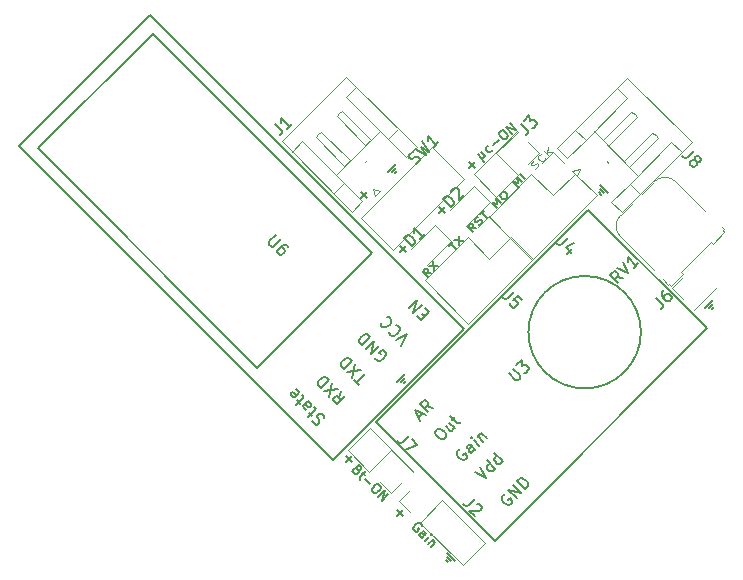
<source format=gto>
G04 #@! TF.GenerationSoftware,KiCad,Pcbnew,(7.0.0)*
G04 #@! TF.CreationDate,2023-04-23T00:30:47-06:00*
G04 #@! TF.ProjectId,Fonocardiograma_V3B,466f6e6f-6361-4726-9469-6f6772616d61,rev?*
G04 #@! TF.SameCoordinates,Original*
G04 #@! TF.FileFunction,Legend,Top*
G04 #@! TF.FilePolarity,Positive*
%FSLAX46Y46*%
G04 Gerber Fmt 4.6, Leading zero omitted, Abs format (unit mm)*
G04 Created by KiCad (PCBNEW (7.0.0)) date 2023-04-23 00:30:47*
%MOMM*%
%LPD*%
G01*
G04 APERTURE LIST*
%ADD10C,0.150000*%
%ADD11C,0.125000*%
%ADD12C,0.203200*%
%ADD13C,0.120000*%
G04 APERTURE END LIST*
D10*
X99822000Y-58420000D02*
X99314000Y-58928000D01*
X99969726Y-87673580D02*
X100688146Y-88392000D01*
X93218000Y-57150000D02*
X92710000Y-57658000D01*
X94949774Y-55461801D02*
X95668199Y-54743383D01*
X95758000Y-84074000D02*
X96266000Y-84582000D01*
X99879924Y-88302198D02*
X100059528Y-88481804D01*
X101854000Y-55117999D02*
X102362001Y-54609999D01*
X95711774Y-73241801D02*
X96430199Y-72523383D01*
X95297762Y-55473026D02*
X95668197Y-55102592D01*
X96012000Y-62230000D02*
X96520000Y-61722000D01*
X96012000Y-61722000D02*
X96520000Y-62230000D01*
X96340393Y-73331603D02*
X96520000Y-73152000D01*
X99314000Y-58420000D02*
X99822000Y-58928000D01*
X95578393Y-55551603D02*
X95758000Y-55372000D01*
X121799383Y-66966196D02*
X122517803Y-66247777D01*
X96266000Y-84074000D02*
X95758000Y-84582000D01*
X96059762Y-73253026D02*
X96430197Y-72882592D01*
X91440000Y-79502000D02*
X91948000Y-80010000D01*
X92710000Y-57150000D02*
X93218000Y-57658000D01*
X112924791Y-56536796D02*
X113643210Y-57255210D01*
X101854001Y-54610000D02*
X102362001Y-55117997D01*
X112913558Y-56884777D02*
X113283998Y-57255207D01*
X122147367Y-66977424D02*
X122517804Y-66606987D01*
X112834986Y-57165410D02*
X113014592Y-57345017D01*
X99958501Y-88021566D02*
X100328937Y-88392000D01*
X122428000Y-67056000D02*
X122607605Y-66876395D01*
X91948000Y-79502000D02*
X91440000Y-80010000D01*
X100121282Y-61659533D02*
X100444531Y-61336284D01*
X100707171Y-61922172D02*
X100282907Y-61497908D01*
X100579218Y-61201597D02*
X101380606Y-61248737D01*
X100956342Y-60824473D02*
X101003482Y-61625861D01*
X97866850Y-85367146D02*
X97839912Y-85286334D01*
X97839912Y-85286334D02*
X97759100Y-85205522D01*
X97759100Y-85205522D02*
X97651351Y-85151647D01*
X97651351Y-85151647D02*
X97543601Y-85151647D01*
X97543601Y-85151647D02*
X97462789Y-85178584D01*
X97462789Y-85178584D02*
X97328102Y-85259396D01*
X97328102Y-85259396D02*
X97247290Y-85340209D01*
X97247290Y-85340209D02*
X97166477Y-85474896D01*
X97166477Y-85474896D02*
X97139540Y-85555708D01*
X97139540Y-85555708D02*
X97139540Y-85663457D01*
X97139540Y-85663457D02*
X97193415Y-85771207D01*
X97193415Y-85771207D02*
X97247290Y-85825082D01*
X97247290Y-85825082D02*
X97355039Y-85878957D01*
X97355039Y-85878957D02*
X97408914Y-85878957D01*
X97408914Y-85878957D02*
X97597476Y-85690395D01*
X97597476Y-85690395D02*
X97489726Y-85582645D01*
X97839912Y-86417705D02*
X98136224Y-86121393D01*
X98136224Y-86121393D02*
X98163161Y-86040581D01*
X98163161Y-86040581D02*
X98136224Y-85959769D01*
X98136224Y-85959769D02*
X98028474Y-85852019D01*
X98028474Y-85852019D02*
X97947662Y-85825082D01*
X97866850Y-86390767D02*
X97786038Y-86363830D01*
X97786038Y-86363830D02*
X97651351Y-86229143D01*
X97651351Y-86229143D02*
X97624413Y-86148331D01*
X97624413Y-86148331D02*
X97651351Y-86067518D01*
X97651351Y-86067518D02*
X97705225Y-86013644D01*
X97705225Y-86013644D02*
X97786038Y-85986706D01*
X97786038Y-85986706D02*
X97866850Y-86013644D01*
X97866850Y-86013644D02*
X98001537Y-86148331D01*
X98001537Y-86148331D02*
X98082349Y-86175268D01*
X98109287Y-86687079D02*
X98486410Y-86309955D01*
X98674972Y-86121394D02*
X98621097Y-86121394D01*
X98621097Y-86121394D02*
X98621097Y-86175268D01*
X98621097Y-86175268D02*
X98674972Y-86175268D01*
X98674972Y-86175268D02*
X98674972Y-86121394D01*
X98674972Y-86121394D02*
X98621097Y-86175268D01*
X98755784Y-86579329D02*
X98378661Y-86956453D01*
X98701909Y-86633204D02*
X98755784Y-86633204D01*
X98755784Y-86633204D02*
X98836596Y-86660141D01*
X98836596Y-86660141D02*
X98917409Y-86740953D01*
X98917409Y-86740953D02*
X98944346Y-86821766D01*
X98944346Y-86821766D02*
X98917409Y-86902578D01*
X98917409Y-86902578D02*
X98621097Y-87198889D01*
X102561186Y-53945642D02*
X103075416Y-54558478D01*
X103122371Y-54021780D02*
X103200528Y-54055658D01*
X103200528Y-54055658D02*
X103283381Y-54035866D01*
X102830545Y-54266651D02*
X102908702Y-54300529D01*
X102908702Y-54300529D02*
X102991554Y-54280738D01*
X102991554Y-54280738D02*
X103108285Y-54182789D01*
X103108285Y-54182789D02*
X103142163Y-54104632D01*
X103142163Y-54104632D02*
X103122371Y-54021780D01*
X103122371Y-54021780D02*
X102853013Y-53700771D01*
X103784181Y-53565915D02*
X103750303Y-53644072D01*
X103750303Y-53644072D02*
X103633572Y-53742021D01*
X103633572Y-53742021D02*
X103550720Y-53761812D01*
X103550720Y-53761812D02*
X103497050Y-53757117D01*
X103497050Y-53757117D02*
X103418893Y-53723239D01*
X103418893Y-53723239D02*
X103271970Y-53548143D01*
X103271970Y-53548143D02*
X103252179Y-53465290D01*
X103252179Y-53465290D02*
X103256874Y-53411620D01*
X103256874Y-53411620D02*
X103290752Y-53333464D01*
X103290752Y-53333464D02*
X103407483Y-53235515D01*
X103407483Y-53235515D02*
X103490335Y-53215723D01*
X103875415Y-53141252D02*
X104342337Y-52749458D01*
X104432561Y-52027264D02*
X104549292Y-51929315D01*
X104549292Y-51929315D02*
X104632144Y-51909523D01*
X104632144Y-51909523D02*
X104739484Y-51918914D01*
X104739484Y-51918914D02*
X104866615Y-52011158D01*
X104866615Y-52011158D02*
X105038025Y-52215436D01*
X105038025Y-52215436D02*
X105106791Y-52356654D01*
X105106791Y-52356654D02*
X105097400Y-52463994D01*
X105097400Y-52463994D02*
X105063522Y-52542151D01*
X105063522Y-52542151D02*
X104946791Y-52640099D01*
X104946791Y-52640099D02*
X104863939Y-52659891D01*
X104863939Y-52659891D02*
X104756599Y-52650500D01*
X104756599Y-52650500D02*
X104629468Y-52558256D01*
X104629468Y-52558256D02*
X104458058Y-52353978D01*
X104458058Y-52353978D02*
X104389292Y-52212760D01*
X104389292Y-52212760D02*
X104398683Y-52105421D01*
X104398683Y-52105421D02*
X104432561Y-52027264D01*
X105472079Y-52199331D02*
X104957848Y-51586495D01*
X104957848Y-51586495D02*
X105822270Y-51905485D01*
X105822270Y-51905485D02*
X105308040Y-51292649D01*
X105960359Y-56668985D02*
X105536094Y-56244720D01*
X105536094Y-56244720D02*
X106027702Y-56359204D01*
X106027702Y-56359204D02*
X105913218Y-55867597D01*
X105913218Y-55867597D02*
X106337482Y-56291861D01*
X106606856Y-56022487D02*
X106182592Y-55598223D01*
D11*
X107437218Y-55151719D02*
X107538233Y-55091110D01*
X107538233Y-55091110D02*
X107672920Y-54956423D01*
X107672920Y-54956423D02*
X107706592Y-54882345D01*
X107706592Y-54882345D02*
X107713326Y-54835204D01*
X107713326Y-54835204D02*
X107699858Y-54767861D01*
X107699858Y-54767861D02*
X107659452Y-54727455D01*
X107659452Y-54727455D02*
X107592108Y-54713986D01*
X107592108Y-54713986D02*
X107544968Y-54720720D01*
X107544968Y-54720720D02*
X107470890Y-54754392D01*
X107470890Y-54754392D02*
X107342937Y-54841939D01*
X107342937Y-54841939D02*
X107268859Y-54875611D01*
X107268859Y-54875611D02*
X107221719Y-54882345D01*
X107221719Y-54882345D02*
X107154375Y-54868876D01*
X107154375Y-54868876D02*
X107113969Y-54828470D01*
X107113969Y-54828470D02*
X107100501Y-54761127D01*
X107100501Y-54761127D02*
X107107235Y-54713986D01*
X107107235Y-54713986D02*
X107140907Y-54639908D01*
X107140907Y-54639908D02*
X107275594Y-54505221D01*
X107275594Y-54505221D02*
X107376609Y-54444612D01*
X108305949Y-54242581D02*
X108299215Y-54289722D01*
X108299215Y-54289722D02*
X108238606Y-54390737D01*
X108238606Y-54390737D02*
X108184731Y-54444612D01*
X108184731Y-54444612D02*
X108083716Y-54505221D01*
X108083716Y-54505221D02*
X107989435Y-54518690D01*
X107989435Y-54518690D02*
X107922092Y-54505221D01*
X107922092Y-54505221D02*
X107814342Y-54451346D01*
X107814342Y-54451346D02*
X107753733Y-54390737D01*
X107753733Y-54390737D02*
X107699858Y-54282988D01*
X107699858Y-54282988D02*
X107686389Y-54215644D01*
X107686389Y-54215644D02*
X107699858Y-54121363D01*
X107699858Y-54121363D02*
X107760467Y-54020348D01*
X107760467Y-54020348D02*
X107814342Y-53966473D01*
X107814342Y-53966473D02*
X107915357Y-53905864D01*
X107915357Y-53905864D02*
X107962498Y-53899130D01*
X108588792Y-54040551D02*
X108164528Y-53616287D01*
X108912041Y-53717302D02*
X108427168Y-53717302D01*
X108487777Y-53293038D02*
X108406965Y-53858723D01*
D10*
X92436664Y-80675833D02*
X92490538Y-80783583D01*
X92490538Y-80783583D02*
X92490538Y-80837457D01*
X92490538Y-80837457D02*
X92463601Y-80918270D01*
X92463601Y-80918270D02*
X92382789Y-80999082D01*
X92382789Y-80999082D02*
X92301977Y-81026019D01*
X92301977Y-81026019D02*
X92248102Y-81026019D01*
X92248102Y-81026019D02*
X92167290Y-80999082D01*
X92167290Y-80999082D02*
X91951790Y-80783583D01*
X91951790Y-80783583D02*
X92517476Y-80217897D01*
X92517476Y-80217897D02*
X92706038Y-80406459D01*
X92706038Y-80406459D02*
X92732975Y-80487271D01*
X92732975Y-80487271D02*
X92732975Y-80541146D01*
X92732975Y-80541146D02*
X92706038Y-80621958D01*
X92706038Y-80621958D02*
X92652163Y-80675833D01*
X92652163Y-80675833D02*
X92571351Y-80702770D01*
X92571351Y-80702770D02*
X92517476Y-80702770D01*
X92517476Y-80702770D02*
X92436664Y-80675833D01*
X92436664Y-80675833D02*
X92248102Y-80487271D01*
X92813787Y-80891332D02*
X93029286Y-81106831D01*
X93083161Y-80783583D02*
X92598288Y-81268456D01*
X92598288Y-81268456D02*
X92571351Y-81349268D01*
X92571351Y-81349268D02*
X92598288Y-81430080D01*
X92598288Y-81430080D02*
X92652163Y-81483955D01*
X93056224Y-81457018D02*
X93487222Y-81888016D01*
X94214532Y-81914953D02*
X94322282Y-82022703D01*
X94322282Y-82022703D02*
X94349219Y-82103515D01*
X94349219Y-82103515D02*
X94349219Y-82211265D01*
X94349219Y-82211265D02*
X94268407Y-82345952D01*
X94268407Y-82345952D02*
X94079845Y-82534514D01*
X94079845Y-82534514D02*
X93945158Y-82615326D01*
X93945158Y-82615326D02*
X93837408Y-82615326D01*
X93837408Y-82615326D02*
X93756596Y-82588388D01*
X93756596Y-82588388D02*
X93648847Y-82480639D01*
X93648847Y-82480639D02*
X93621909Y-82399827D01*
X93621909Y-82399827D02*
X93621909Y-82292077D01*
X93621909Y-82292077D02*
X93702721Y-82157390D01*
X93702721Y-82157390D02*
X93891283Y-81968828D01*
X93891283Y-81968828D02*
X94025970Y-81888016D01*
X94025970Y-81888016D02*
X94133720Y-81888016D01*
X94133720Y-81888016D02*
X94214532Y-81914953D01*
X94133720Y-82965512D02*
X94699405Y-82399826D01*
X94699405Y-82399826D02*
X94456969Y-83288761D01*
X94456969Y-83288761D02*
X95022654Y-82723075D01*
X104182359Y-58446985D02*
X103758094Y-58022720D01*
X103758094Y-58022720D02*
X104249702Y-58137204D01*
X104249702Y-58137204D02*
X104135218Y-57645597D01*
X104135218Y-57645597D02*
X104559482Y-58069861D01*
X104512342Y-57268473D02*
X104620092Y-57160723D01*
X104620092Y-57160723D02*
X104694169Y-57127052D01*
X104694169Y-57127052D02*
X104788450Y-57113583D01*
X104788450Y-57113583D02*
X104896200Y-57167458D01*
X104896200Y-57167458D02*
X105037621Y-57308879D01*
X105037621Y-57308879D02*
X105091496Y-57416629D01*
X105091496Y-57416629D02*
X105078027Y-57510910D01*
X105078027Y-57510910D02*
X105044356Y-57584988D01*
X105044356Y-57584988D02*
X104936606Y-57692737D01*
X104936606Y-57692737D02*
X104862528Y-57726409D01*
X104862528Y-57726409D02*
X104768247Y-57739878D01*
X104768247Y-57739878D02*
X104660498Y-57686003D01*
X104660498Y-57686003D02*
X104519076Y-57544581D01*
X104519076Y-57544581D02*
X104465201Y-57436832D01*
X104465201Y-57436832D02*
X104478670Y-57342551D01*
X104478670Y-57342551D02*
X104512342Y-57268473D01*
X98663607Y-63965736D02*
X98273015Y-63952267D01*
X98340359Y-64288985D02*
X97916094Y-63864720D01*
X97916094Y-63864720D02*
X98131594Y-63649221D01*
X98131594Y-63649221D02*
X98205672Y-63615550D01*
X98205672Y-63615550D02*
X98252812Y-63608815D01*
X98252812Y-63608815D02*
X98320156Y-63622284D01*
X98320156Y-63622284D02*
X98380765Y-63682893D01*
X98380765Y-63682893D02*
X98394233Y-63750237D01*
X98394233Y-63750237D02*
X98387499Y-63797377D01*
X98387499Y-63797377D02*
X98353827Y-63871455D01*
X98353827Y-63871455D02*
X98138328Y-64086954D01*
X98427905Y-63352910D02*
X99229293Y-63400050D01*
X98805029Y-62975786D02*
X98852169Y-63777174D01*
X102473607Y-60155736D02*
X102083015Y-60142267D01*
X102150359Y-60478985D02*
X101726094Y-60054720D01*
X101726094Y-60054720D02*
X101941594Y-59839221D01*
X101941594Y-59839221D02*
X102015672Y-59805550D01*
X102015672Y-59805550D02*
X102062812Y-59798815D01*
X102062812Y-59798815D02*
X102130156Y-59812284D01*
X102130156Y-59812284D02*
X102190765Y-59872893D01*
X102190765Y-59872893D02*
X102204233Y-59940237D01*
X102204233Y-59940237D02*
X102197499Y-59987377D01*
X102197499Y-59987377D02*
X102163827Y-60061455D01*
X102163827Y-60061455D02*
X101948328Y-60276954D01*
X102668904Y-59920033D02*
X102769919Y-59859424D01*
X102769919Y-59859424D02*
X102904606Y-59724737D01*
X102904606Y-59724737D02*
X102938278Y-59650659D01*
X102938278Y-59650659D02*
X102945012Y-59603519D01*
X102945012Y-59603519D02*
X102931543Y-59536176D01*
X102931543Y-59536176D02*
X102891137Y-59495769D01*
X102891137Y-59495769D02*
X102823794Y-59482301D01*
X102823794Y-59482301D02*
X102776653Y-59489035D01*
X102776653Y-59489035D02*
X102702575Y-59522707D01*
X102702575Y-59522707D02*
X102574623Y-59610253D01*
X102574623Y-59610253D02*
X102500545Y-59643925D01*
X102500545Y-59643925D02*
X102453404Y-59650659D01*
X102453404Y-59650659D02*
X102386061Y-59637191D01*
X102386061Y-59637191D02*
X102345655Y-59596785D01*
X102345655Y-59596785D02*
X102332186Y-59529441D01*
X102332186Y-59529441D02*
X102338920Y-59482301D01*
X102338920Y-59482301D02*
X102372592Y-59408223D01*
X102372592Y-59408223D02*
X102507279Y-59273536D01*
X102507279Y-59273536D02*
X102608294Y-59212927D01*
X102749716Y-59031099D02*
X103072965Y-58707850D01*
X103335604Y-59293739D02*
X102911340Y-58869475D01*
X105185922Y-72481418D02*
X105758342Y-73053838D01*
X105758342Y-73053838D02*
X105859357Y-73087510D01*
X105859357Y-73087510D02*
X105926701Y-73087510D01*
X105926701Y-73087510D02*
X106027716Y-73053838D01*
X106027716Y-73053838D02*
X106162403Y-72919151D01*
X106162403Y-72919151D02*
X106196075Y-72818136D01*
X106196075Y-72818136D02*
X106196075Y-72750792D01*
X106196075Y-72750792D02*
X106162403Y-72649777D01*
X106162403Y-72649777D02*
X105589983Y-72077357D01*
X105859357Y-71807983D02*
X106297090Y-71370251D01*
X106297090Y-71370251D02*
X106330762Y-71875327D01*
X106330762Y-71875327D02*
X106431777Y-71774312D01*
X106431777Y-71774312D02*
X106532792Y-71740640D01*
X106532792Y-71740640D02*
X106600136Y-71740640D01*
X106600136Y-71740640D02*
X106701151Y-71774312D01*
X106701151Y-71774312D02*
X106869510Y-71942670D01*
X106869510Y-71942670D02*
X106903182Y-72043686D01*
X106903182Y-72043686D02*
X106903182Y-72111029D01*
X106903182Y-72111029D02*
X106869510Y-72212044D01*
X106869510Y-72212044D02*
X106667479Y-72414075D01*
X106667479Y-72414075D02*
X106566464Y-72447747D01*
X106566464Y-72447747D02*
X106499121Y-72447747D01*
X97568776Y-76217401D02*
X97905494Y-75880684D01*
X97703463Y-76486775D02*
X97232059Y-75543966D01*
X97232059Y-75543966D02*
X98174868Y-76015371D01*
X98814631Y-75375607D02*
X98242211Y-75274592D01*
X98410570Y-75779668D02*
X97703463Y-75072561D01*
X97703463Y-75072561D02*
X97972837Y-74803187D01*
X97972837Y-74803187D02*
X98073852Y-74769516D01*
X98073852Y-74769516D02*
X98141196Y-74769516D01*
X98141196Y-74769516D02*
X98242211Y-74803187D01*
X98242211Y-74803187D02*
X98343226Y-74904203D01*
X98343226Y-74904203D02*
X98376898Y-75005218D01*
X98376898Y-75005218D02*
X98376898Y-75072561D01*
X98376898Y-75072561D02*
X98343226Y-75173577D01*
X98343226Y-75173577D02*
X98073852Y-75442951D01*
X102330356Y-80859668D02*
X103273165Y-81331073D01*
X103273165Y-81331073D02*
X102801761Y-80388264D01*
X104047616Y-80556622D02*
X103340509Y-79849516D01*
X104013944Y-80522951D02*
X103980272Y-80623966D01*
X103980272Y-80623966D02*
X103845585Y-80758653D01*
X103845585Y-80758653D02*
X103744570Y-80792325D01*
X103744570Y-80792325D02*
X103677226Y-80792325D01*
X103677226Y-80792325D02*
X103576211Y-80758653D01*
X103576211Y-80758653D02*
X103374181Y-80556622D01*
X103374181Y-80556622D02*
X103340509Y-80455607D01*
X103340509Y-80455607D02*
X103340509Y-80388264D01*
X103340509Y-80388264D02*
X103374181Y-80287248D01*
X103374181Y-80287248D02*
X103508868Y-80152561D01*
X103508868Y-80152561D02*
X103609883Y-80118890D01*
X104687379Y-79916859D02*
X103980272Y-79209752D01*
X104653707Y-79883187D02*
X104620036Y-79984203D01*
X104620036Y-79984203D02*
X104485349Y-80118890D01*
X104485349Y-80118890D02*
X104384333Y-80152561D01*
X104384333Y-80152561D02*
X104316990Y-80152561D01*
X104316990Y-80152561D02*
X104215975Y-80118890D01*
X104215975Y-80118890D02*
X104013944Y-79916859D01*
X104013944Y-79916859D02*
X103980272Y-79815844D01*
X103980272Y-79815844D02*
X103980272Y-79748500D01*
X103980272Y-79748500D02*
X104013944Y-79647485D01*
X104013944Y-79647485D02*
X104148631Y-79512798D01*
X104148631Y-79512798D02*
X104249646Y-79479126D01*
X99010059Y-77321967D02*
X99144746Y-77187280D01*
X99144746Y-77187280D02*
X99245761Y-77153608D01*
X99245761Y-77153608D02*
X99380448Y-77153608D01*
X99380448Y-77153608D02*
X99548807Y-77254624D01*
X99548807Y-77254624D02*
X99784509Y-77490326D01*
X99784509Y-77490326D02*
X99885524Y-77658685D01*
X99885524Y-77658685D02*
X99885524Y-77793372D01*
X99885524Y-77793372D02*
X99851852Y-77894387D01*
X99851852Y-77894387D02*
X99717165Y-78029074D01*
X99717165Y-78029074D02*
X99616150Y-78062746D01*
X99616150Y-78062746D02*
X99481463Y-78062746D01*
X99481463Y-78062746D02*
X99313104Y-77961730D01*
X99313104Y-77961730D02*
X99077402Y-77726028D01*
X99077402Y-77726028D02*
X98976387Y-77557669D01*
X98976387Y-77557669D02*
X98976387Y-77422982D01*
X98976387Y-77422982D02*
X99010059Y-77321967D01*
X100154898Y-76648532D02*
X100626303Y-77119937D01*
X99851852Y-76951578D02*
X100222242Y-77321967D01*
X100222242Y-77321967D02*
X100323257Y-77355639D01*
X100323257Y-77355639D02*
X100424272Y-77321967D01*
X100424272Y-77321967D02*
X100525287Y-77220952D01*
X100525287Y-77220952D02*
X100558959Y-77119937D01*
X100558959Y-77119937D02*
X100558959Y-77052593D01*
X100390600Y-76412830D02*
X100659974Y-76143456D01*
X100255913Y-76076112D02*
X100862005Y-76682204D01*
X100862005Y-76682204D02*
X100963020Y-76715875D01*
X100963020Y-76715875D02*
X101064035Y-76682204D01*
X101064035Y-76682204D02*
X101131379Y-76614860D01*
X101057433Y-78897937D02*
X100956417Y-78931608D01*
X100956417Y-78931608D02*
X100855402Y-79032624D01*
X100855402Y-79032624D02*
X100788059Y-79167311D01*
X100788059Y-79167311D02*
X100788059Y-79301998D01*
X100788059Y-79301998D02*
X100821730Y-79403013D01*
X100821730Y-79403013D02*
X100922746Y-79571372D01*
X100922746Y-79571372D02*
X101023761Y-79672387D01*
X101023761Y-79672387D02*
X101192120Y-79773402D01*
X101192120Y-79773402D02*
X101293135Y-79807074D01*
X101293135Y-79807074D02*
X101427822Y-79807074D01*
X101427822Y-79807074D02*
X101562509Y-79739730D01*
X101562509Y-79739730D02*
X101629852Y-79672387D01*
X101629852Y-79672387D02*
X101697196Y-79537700D01*
X101697196Y-79537700D02*
X101697196Y-79470356D01*
X101697196Y-79470356D02*
X101461494Y-79234654D01*
X101461494Y-79234654D02*
X101326807Y-79369341D01*
X102370631Y-78931608D02*
X102000242Y-78561219D01*
X102000242Y-78561219D02*
X101899226Y-78527547D01*
X101899226Y-78527547D02*
X101798211Y-78561219D01*
X101798211Y-78561219D02*
X101663524Y-78695906D01*
X101663524Y-78695906D02*
X101629852Y-78796921D01*
X102336959Y-78897937D02*
X102303287Y-78998952D01*
X102303287Y-78998952D02*
X102134929Y-79167311D01*
X102134929Y-79167311D02*
X102033913Y-79200982D01*
X102033913Y-79200982D02*
X101932898Y-79167311D01*
X101932898Y-79167311D02*
X101865555Y-79099967D01*
X101865555Y-79099967D02*
X101831883Y-78998952D01*
X101831883Y-78998952D02*
X101865555Y-78897937D01*
X101865555Y-78897937D02*
X102033913Y-78729578D01*
X102033913Y-78729578D02*
X102067585Y-78628563D01*
X102707348Y-78594891D02*
X102235944Y-78123486D01*
X102000242Y-77887784D02*
X102000242Y-77955127D01*
X102000242Y-77955127D02*
X102067585Y-77955127D01*
X102067585Y-77955127D02*
X102067585Y-77887784D01*
X102067585Y-77887784D02*
X102000242Y-77887784D01*
X102000242Y-77887784D02*
X102067585Y-77955127D01*
X102572661Y-77786769D02*
X103044066Y-78258174D01*
X102640005Y-77854113D02*
X102640005Y-77786769D01*
X102640005Y-77786769D02*
X102673676Y-77685754D01*
X102673676Y-77685754D02*
X102774692Y-77584739D01*
X102774692Y-77584739D02*
X102875707Y-77551067D01*
X102875707Y-77551067D02*
X102976722Y-77584739D01*
X102976722Y-77584739D02*
X103347111Y-77955128D01*
X104867433Y-82707936D02*
X104766417Y-82741607D01*
X104766417Y-82741607D02*
X104665402Y-82842623D01*
X104665402Y-82842623D02*
X104598059Y-82977310D01*
X104598059Y-82977310D02*
X104598059Y-83111997D01*
X104598059Y-83111997D02*
X104631730Y-83213012D01*
X104631730Y-83213012D02*
X104732746Y-83381371D01*
X104732746Y-83381371D02*
X104833761Y-83482386D01*
X104833761Y-83482386D02*
X105002120Y-83583401D01*
X105002120Y-83583401D02*
X105103135Y-83617073D01*
X105103135Y-83617073D02*
X105237822Y-83617073D01*
X105237822Y-83617073D02*
X105372509Y-83549729D01*
X105372509Y-83549729D02*
X105439852Y-83482386D01*
X105439852Y-83482386D02*
X105507196Y-83347699D01*
X105507196Y-83347699D02*
X105507196Y-83280355D01*
X105507196Y-83280355D02*
X105271494Y-83044653D01*
X105271494Y-83044653D02*
X105136807Y-83179340D01*
X105877585Y-83044653D02*
X105170478Y-82337546D01*
X105170478Y-82337546D02*
X106281646Y-82640592D01*
X106281646Y-82640592D02*
X105574539Y-81933485D01*
X106618364Y-82303875D02*
X105911257Y-81596768D01*
X105911257Y-81596768D02*
X106079616Y-81428409D01*
X106079616Y-81428409D02*
X106214303Y-81361066D01*
X106214303Y-81361066D02*
X106348990Y-81361066D01*
X106348990Y-81361066D02*
X106450005Y-81394737D01*
X106450005Y-81394737D02*
X106618364Y-81495753D01*
X106618364Y-81495753D02*
X106719379Y-81596768D01*
X106719379Y-81596768D02*
X106820394Y-81765127D01*
X106820394Y-81765127D02*
X106854066Y-81866142D01*
X106854066Y-81866142D02*
X106854066Y-82000829D01*
X106854066Y-82000829D02*
X106786722Y-82135516D01*
X106786722Y-82135516D02*
X106618364Y-82303875D01*
X117680968Y-66082373D02*
X118186044Y-66587449D01*
X118186044Y-66587449D02*
X118253388Y-66722136D01*
X118253388Y-66722136D02*
X118253388Y-66856823D01*
X118253388Y-66856823D02*
X118186044Y-66991510D01*
X118186044Y-66991510D02*
X118118701Y-67058853D01*
X118320731Y-65442609D02*
X118186044Y-65577296D01*
X118186044Y-65577296D02*
X118152373Y-65678311D01*
X118152373Y-65678311D02*
X118152373Y-65745655D01*
X118152373Y-65745655D02*
X118186044Y-65914014D01*
X118186044Y-65914014D02*
X118287060Y-66082372D01*
X118287060Y-66082372D02*
X118556434Y-66351746D01*
X118556434Y-66351746D02*
X118657449Y-66385418D01*
X118657449Y-66385418D02*
X118724792Y-66385418D01*
X118724792Y-66385418D02*
X118825808Y-66351746D01*
X118825808Y-66351746D02*
X118960495Y-66217059D01*
X118960495Y-66217059D02*
X118994166Y-66116044D01*
X118994166Y-66116044D02*
X118994166Y-66048701D01*
X118994166Y-66048701D02*
X118960495Y-65947685D01*
X118960495Y-65947685D02*
X118792136Y-65779327D01*
X118792136Y-65779327D02*
X118691121Y-65745655D01*
X118691121Y-65745655D02*
X118623777Y-65745655D01*
X118623777Y-65745655D02*
X118522762Y-65779327D01*
X118522762Y-65779327D02*
X118388075Y-65914014D01*
X118388075Y-65914014D02*
X118354403Y-66015029D01*
X118354403Y-66015029D02*
X118354403Y-66082372D01*
X118354403Y-66082372D02*
X118388075Y-66183388D01*
X85506581Y-60735922D02*
X84934161Y-61308342D01*
X84934161Y-61308342D02*
X84900489Y-61409357D01*
X84900489Y-61409357D02*
X84900489Y-61476701D01*
X84900489Y-61476701D02*
X84934161Y-61577716D01*
X84934161Y-61577716D02*
X85068848Y-61712403D01*
X85068848Y-61712403D02*
X85169863Y-61746075D01*
X85169863Y-61746075D02*
X85237207Y-61746075D01*
X85237207Y-61746075D02*
X85338222Y-61712403D01*
X85338222Y-61712403D02*
X85910642Y-61139983D01*
X86550405Y-61779747D02*
X86415718Y-61645060D01*
X86415718Y-61645060D02*
X86314703Y-61611388D01*
X86314703Y-61611388D02*
X86247359Y-61611388D01*
X86247359Y-61611388D02*
X86079000Y-61645060D01*
X86079000Y-61645060D02*
X85910642Y-61746075D01*
X85910642Y-61746075D02*
X85641268Y-62015449D01*
X85641268Y-62015449D02*
X85607596Y-62116464D01*
X85607596Y-62116464D02*
X85607596Y-62183808D01*
X85607596Y-62183808D02*
X85641268Y-62284823D01*
X85641268Y-62284823D02*
X85775955Y-62419510D01*
X85775955Y-62419510D02*
X85876970Y-62453182D01*
X85876970Y-62453182D02*
X85944313Y-62453182D01*
X85944313Y-62453182D02*
X86045329Y-62419510D01*
X86045329Y-62419510D02*
X86213687Y-62251151D01*
X86213687Y-62251151D02*
X86247359Y-62150136D01*
X86247359Y-62150136D02*
X86247359Y-62082792D01*
X86247359Y-62082792D02*
X86213687Y-61981777D01*
X86213687Y-61981777D02*
X86079000Y-61847090D01*
X86079000Y-61847090D02*
X85977985Y-61813418D01*
X85977985Y-61813418D02*
X85910642Y-61813418D01*
X85910642Y-61813418D02*
X85809626Y-61847090D01*
X96099669Y-70135643D02*
X96571074Y-69192834D01*
X96571074Y-69192834D02*
X95628265Y-69664238D01*
X95628265Y-68384712D02*
X95695608Y-68384712D01*
X95695608Y-68384712D02*
X95830295Y-68452055D01*
X95830295Y-68452055D02*
X95897639Y-68519399D01*
X95897639Y-68519399D02*
X95964982Y-68654086D01*
X95964982Y-68654086D02*
X95964982Y-68788773D01*
X95964982Y-68788773D02*
X95931310Y-68889788D01*
X95931310Y-68889788D02*
X95830295Y-69058147D01*
X95830295Y-69058147D02*
X95729280Y-69159162D01*
X95729280Y-69159162D02*
X95560921Y-69260177D01*
X95560921Y-69260177D02*
X95459906Y-69293849D01*
X95459906Y-69293849D02*
X95325219Y-69293849D01*
X95325219Y-69293849D02*
X95190532Y-69226505D01*
X95190532Y-69226505D02*
X95123188Y-69159162D01*
X95123188Y-69159162D02*
X95055845Y-69024475D01*
X95055845Y-69024475D02*
X95055845Y-68957131D01*
X94921158Y-67677605D02*
X94988501Y-67677605D01*
X94988501Y-67677605D02*
X95123188Y-67744948D01*
X95123188Y-67744948D02*
X95190532Y-67812292D01*
X95190532Y-67812292D02*
X95257875Y-67946979D01*
X95257875Y-67946979D02*
X95257875Y-68081666D01*
X95257875Y-68081666D02*
X95224204Y-68182681D01*
X95224204Y-68182681D02*
X95123188Y-68351040D01*
X95123188Y-68351040D02*
X95022173Y-68452055D01*
X95022173Y-68452055D02*
X94853814Y-68553070D01*
X94853814Y-68553070D02*
X94752799Y-68586742D01*
X94752799Y-68586742D02*
X94618112Y-68586742D01*
X94618112Y-68586742D02*
X94483425Y-68519399D01*
X94483425Y-68519399D02*
X94416082Y-68452055D01*
X94416082Y-68452055D02*
X94348738Y-68317368D01*
X94348738Y-68317368D02*
X94348738Y-68250024D01*
X92543669Y-73437643D02*
X92139608Y-73033582D01*
X93048746Y-72528505D02*
X92341639Y-73235612D01*
X91971249Y-72865223D02*
X92206952Y-71686711D01*
X91499845Y-72393818D02*
X92678356Y-72158116D01*
X91937578Y-71417337D02*
X91230471Y-72124444D01*
X91230471Y-72124444D02*
X91062112Y-71956085D01*
X91062112Y-71956085D02*
X90994769Y-71821398D01*
X90994769Y-71821398D02*
X90994769Y-71686711D01*
X90994769Y-71686711D02*
X91028440Y-71585696D01*
X91028440Y-71585696D02*
X91129456Y-71417337D01*
X91129456Y-71417337D02*
X91230471Y-71316322D01*
X91230471Y-71316322D02*
X91398830Y-71215307D01*
X91398830Y-71215307D02*
X91499845Y-71181635D01*
X91499845Y-71181635D02*
X91634532Y-71181635D01*
X91634532Y-71181635D02*
X91769219Y-71248979D01*
X91769219Y-71248979D02*
X91937578Y-71417337D01*
X90967700Y-74003460D02*
X90866685Y-74575879D01*
X91371761Y-74407521D02*
X90664654Y-75114627D01*
X90664654Y-75114627D02*
X90395280Y-74845253D01*
X90395280Y-74845253D02*
X90361608Y-74744238D01*
X90361608Y-74744238D02*
X90361608Y-74676895D01*
X90361608Y-74676895D02*
X90395280Y-74575879D01*
X90395280Y-74575879D02*
X90496295Y-74474864D01*
X90496295Y-74474864D02*
X90597311Y-74441192D01*
X90597311Y-74441192D02*
X90664654Y-74441192D01*
X90664654Y-74441192D02*
X90765669Y-74474864D01*
X90765669Y-74474864D02*
X91035043Y-74744238D01*
X90024891Y-74474864D02*
X90260593Y-73296353D01*
X89553486Y-74003460D02*
X90731998Y-73767757D01*
X89991219Y-73026979D02*
X89284112Y-73734086D01*
X89284112Y-73734086D02*
X89115753Y-73565727D01*
X89115753Y-73565727D02*
X89048410Y-73431040D01*
X89048410Y-73431040D02*
X89048410Y-73296353D01*
X89048410Y-73296353D02*
X89082082Y-73195338D01*
X89082082Y-73195338D02*
X89183097Y-73026979D01*
X89183097Y-73026979D02*
X89284112Y-72925964D01*
X89284112Y-72925964D02*
X89452471Y-72824948D01*
X89452471Y-72824948D02*
X89553486Y-72791277D01*
X89553486Y-72791277D02*
X89688173Y-72791277D01*
X89688173Y-72791277D02*
X89822860Y-72858620D01*
X89822860Y-72858620D02*
X89991219Y-73026979D01*
X93883937Y-71154566D02*
X93917608Y-71255582D01*
X93917608Y-71255582D02*
X94018624Y-71356597D01*
X94018624Y-71356597D02*
X94153311Y-71423940D01*
X94153311Y-71423940D02*
X94287998Y-71423940D01*
X94287998Y-71423940D02*
X94389013Y-71390269D01*
X94389013Y-71390269D02*
X94557372Y-71289253D01*
X94557372Y-71289253D02*
X94658387Y-71188238D01*
X94658387Y-71188238D02*
X94759402Y-71019879D01*
X94759402Y-71019879D02*
X94793074Y-70918864D01*
X94793074Y-70918864D02*
X94793074Y-70784177D01*
X94793074Y-70784177D02*
X94725730Y-70649490D01*
X94725730Y-70649490D02*
X94658387Y-70582147D01*
X94658387Y-70582147D02*
X94523700Y-70514803D01*
X94523700Y-70514803D02*
X94456356Y-70514803D01*
X94456356Y-70514803D02*
X94220654Y-70750505D01*
X94220654Y-70750505D02*
X94355341Y-70885192D01*
X94220654Y-70144414D02*
X93513547Y-70851521D01*
X93513547Y-70851521D02*
X93816593Y-69740353D01*
X93816593Y-69740353D02*
X93109486Y-70447460D01*
X93479876Y-69403635D02*
X92772769Y-70110742D01*
X92772769Y-70110742D02*
X92604410Y-69942383D01*
X92604410Y-69942383D02*
X92537067Y-69807696D01*
X92537067Y-69807696D02*
X92537067Y-69673009D01*
X92537067Y-69673009D02*
X92570738Y-69571994D01*
X92570738Y-69571994D02*
X92671754Y-69403635D01*
X92671754Y-69403635D02*
X92772769Y-69302620D01*
X92772769Y-69302620D02*
X92941128Y-69201605D01*
X92941128Y-69201605D02*
X93042143Y-69167933D01*
X93042143Y-69167933D02*
X93176830Y-69167933D01*
X93176830Y-69167933D02*
X93311517Y-69235277D01*
X93311517Y-69235277D02*
X93479876Y-69403635D01*
X98113372Y-67665910D02*
X97877669Y-67430208D01*
X98147043Y-66958803D02*
X98483761Y-67295521D01*
X98483761Y-67295521D02*
X97776654Y-68002627D01*
X97776654Y-68002627D02*
X97439937Y-67665910D01*
X97843997Y-66655757D02*
X97136891Y-67362864D01*
X97136891Y-67362864D02*
X97439936Y-66251696D01*
X97439936Y-66251696D02*
X96732830Y-66958803D01*
X89593761Y-76252864D02*
X89526417Y-76118177D01*
X89526417Y-76118177D02*
X89358059Y-75949818D01*
X89358059Y-75949818D02*
X89257043Y-75916147D01*
X89257043Y-75916147D02*
X89189700Y-75916147D01*
X89189700Y-75916147D02*
X89088685Y-75949818D01*
X89088685Y-75949818D02*
X89021341Y-76017162D01*
X89021341Y-76017162D02*
X88987669Y-76118177D01*
X88987669Y-76118177D02*
X88987669Y-76185521D01*
X88987669Y-76185521D02*
X89021341Y-76286536D01*
X89021341Y-76286536D02*
X89122356Y-76454895D01*
X89122356Y-76454895D02*
X89156028Y-76555910D01*
X89156028Y-76555910D02*
X89156028Y-76623253D01*
X89156028Y-76623253D02*
X89122356Y-76724269D01*
X89122356Y-76724269D02*
X89055013Y-76791612D01*
X89055013Y-76791612D02*
X88953998Y-76825284D01*
X88953998Y-76825284D02*
X88886654Y-76825284D01*
X88886654Y-76825284D02*
X88785639Y-76791612D01*
X88785639Y-76791612D02*
X88617280Y-76623253D01*
X88617280Y-76623253D02*
X88549937Y-76488566D01*
X88549937Y-76084505D02*
X88280562Y-75815131D01*
X88213219Y-76219192D02*
X88819311Y-75613101D01*
X88819311Y-75613101D02*
X88852982Y-75512086D01*
X88852982Y-75512086D02*
X88819311Y-75411070D01*
X88819311Y-75411070D02*
X88751967Y-75343727D01*
X88213219Y-74804978D02*
X87842829Y-75175368D01*
X87842829Y-75175368D02*
X87809158Y-75276383D01*
X87809158Y-75276383D02*
X87842829Y-75377398D01*
X87842829Y-75377398D02*
X87977516Y-75512085D01*
X87977516Y-75512085D02*
X88078532Y-75545757D01*
X88179547Y-74838650D02*
X88280562Y-74872322D01*
X88280562Y-74872322D02*
X88448921Y-75040681D01*
X88448921Y-75040681D02*
X88482593Y-75141696D01*
X88482593Y-75141696D02*
X88448921Y-75242711D01*
X88448921Y-75242711D02*
X88381577Y-75310055D01*
X88381577Y-75310055D02*
X88280562Y-75343727D01*
X88280562Y-75343727D02*
X88179547Y-75310055D01*
X88179547Y-75310055D02*
X88011188Y-75141696D01*
X88011188Y-75141696D02*
X87910173Y-75108024D01*
X87506112Y-75040681D02*
X87236738Y-74771307D01*
X87169394Y-75175368D02*
X87775486Y-74569276D01*
X87775486Y-74569276D02*
X87809158Y-74468261D01*
X87809158Y-74468261D02*
X87775486Y-74367246D01*
X87775486Y-74367246D02*
X87708142Y-74299902D01*
X87169394Y-73828497D02*
X87270409Y-73862169D01*
X87270409Y-73862169D02*
X87405096Y-73996856D01*
X87405096Y-73996856D02*
X87438768Y-74097871D01*
X87438768Y-74097871D02*
X87405096Y-74198887D01*
X87405096Y-74198887D02*
X87135722Y-74468261D01*
X87135722Y-74468261D02*
X87034707Y-74501932D01*
X87034707Y-74501932D02*
X86933692Y-74468261D01*
X86933692Y-74468261D02*
X86799005Y-74333574D01*
X86799005Y-74333574D02*
X86765333Y-74232558D01*
X86765333Y-74232558D02*
X86799005Y-74131543D01*
X86799005Y-74131543D02*
X86866348Y-74064200D01*
X86866348Y-74064200D02*
X87270409Y-74333574D01*
X102319626Y-83136968D02*
X101814550Y-83642044D01*
X101814550Y-83642044D02*
X101679863Y-83709388D01*
X101679863Y-83709388D02*
X101545176Y-83709388D01*
X101545176Y-83709388D02*
X101410489Y-83642044D01*
X101410489Y-83642044D02*
X101343146Y-83574701D01*
X102555329Y-83507357D02*
X102622672Y-83507357D01*
X102622672Y-83507357D02*
X102723688Y-83541029D01*
X102723688Y-83541029D02*
X102892046Y-83709388D01*
X102892046Y-83709388D02*
X102925718Y-83810403D01*
X102925718Y-83810403D02*
X102925718Y-83877747D01*
X102925718Y-83877747D02*
X102892046Y-83978762D01*
X102892046Y-83978762D02*
X102824703Y-84046105D01*
X102824703Y-84046105D02*
X102690016Y-84113449D01*
X102690016Y-84113449D02*
X101881894Y-84113449D01*
X101881894Y-84113449D02*
X102319627Y-84551182D01*
X105621626Y-65610968D02*
X105116550Y-66116044D01*
X105116550Y-66116044D02*
X104981863Y-66183388D01*
X104981863Y-66183388D02*
X104847176Y-66183388D01*
X104847176Y-66183388D02*
X104712489Y-66116044D01*
X104712489Y-66116044D02*
X104645146Y-66048701D01*
X106295062Y-66284403D02*
X105958344Y-65947686D01*
X105958344Y-65947686D02*
X105587955Y-66250731D01*
X105587955Y-66250731D02*
X105655298Y-66250731D01*
X105655298Y-66250731D02*
X105756314Y-66284403D01*
X105756314Y-66284403D02*
X105924672Y-66452762D01*
X105924672Y-66452762D02*
X105958344Y-66553777D01*
X105958344Y-66553777D02*
X105958344Y-66621121D01*
X105958344Y-66621121D02*
X105924672Y-66722136D01*
X105924672Y-66722136D02*
X105756314Y-66890495D01*
X105756314Y-66890495D02*
X105655298Y-66924166D01*
X105655298Y-66924166D02*
X105587955Y-66924166D01*
X105587955Y-66924166D02*
X105486940Y-66890495D01*
X105486940Y-66890495D02*
X105318581Y-66722136D01*
X105318581Y-66722136D02*
X105284909Y-66621121D01*
X105284909Y-66621121D02*
X105284909Y-66553777D01*
X114900880Y-64434674D02*
X114328460Y-64333659D01*
X114496819Y-64838735D02*
X113789712Y-64131628D01*
X113789712Y-64131628D02*
X114059086Y-63862254D01*
X114059086Y-63862254D02*
X114160102Y-63828582D01*
X114160102Y-63828582D02*
X114227445Y-63828582D01*
X114227445Y-63828582D02*
X114328460Y-63862254D01*
X114328460Y-63862254D02*
X114429476Y-63963270D01*
X114429476Y-63963270D02*
X114463147Y-64064285D01*
X114463147Y-64064285D02*
X114463147Y-64131628D01*
X114463147Y-64131628D02*
X114429476Y-64232644D01*
X114429476Y-64232644D02*
X114160102Y-64502018D01*
X114395804Y-63525537D02*
X115338613Y-63996941D01*
X115338613Y-63996941D02*
X114867208Y-63054132D01*
X116180407Y-63155147D02*
X115776346Y-63559208D01*
X115978376Y-63357178D02*
X115271269Y-62650071D01*
X115271269Y-62650071D02*
X115304941Y-62818430D01*
X115304941Y-62818430D02*
X115304941Y-62953117D01*
X115304941Y-62953117D02*
X115271269Y-63054132D01*
X100321865Y-58439689D02*
X99614758Y-57732582D01*
X99614758Y-57732582D02*
X99783117Y-57564223D01*
X99783117Y-57564223D02*
X99917804Y-57496880D01*
X99917804Y-57496880D02*
X100052491Y-57496880D01*
X100052491Y-57496880D02*
X100153506Y-57530552D01*
X100153506Y-57530552D02*
X100321865Y-57631567D01*
X100321865Y-57631567D02*
X100422881Y-57732582D01*
X100422881Y-57732582D02*
X100523896Y-57900941D01*
X100523896Y-57900941D02*
X100557568Y-58001956D01*
X100557568Y-58001956D02*
X100557568Y-58136643D01*
X100557568Y-58136643D02*
X100490224Y-58271330D01*
X100490224Y-58271330D02*
X100321865Y-58439689D01*
X100355537Y-57126491D02*
X100355537Y-57059147D01*
X100355537Y-57059147D02*
X100389209Y-56958132D01*
X100389209Y-56958132D02*
X100557568Y-56789773D01*
X100557568Y-56789773D02*
X100658583Y-56756101D01*
X100658583Y-56756101D02*
X100725926Y-56756101D01*
X100725926Y-56756101D02*
X100826942Y-56789773D01*
X100826942Y-56789773D02*
X100894285Y-56857117D01*
X100894285Y-56857117D02*
X100961629Y-56991804D01*
X100961629Y-56991804D02*
X100961629Y-57799926D01*
X100961629Y-57799926D02*
X101399361Y-57362193D01*
X96731627Y-77802968D02*
X96226551Y-78308044D01*
X96226551Y-78308044D02*
X96091864Y-78375388D01*
X96091864Y-78375388D02*
X95957177Y-78375388D01*
X95957177Y-78375388D02*
X95822490Y-78308044D01*
X95822490Y-78308044D02*
X95755147Y-78240701D01*
X97001002Y-78072342D02*
X97472406Y-78543747D01*
X97472406Y-78543747D02*
X96462254Y-78947808D01*
X97019865Y-61741689D02*
X96312758Y-61034582D01*
X96312758Y-61034582D02*
X96481117Y-60866223D01*
X96481117Y-60866223D02*
X96615804Y-60798880D01*
X96615804Y-60798880D02*
X96750491Y-60798880D01*
X96750491Y-60798880D02*
X96851506Y-60832552D01*
X96851506Y-60832552D02*
X97019865Y-60933567D01*
X97019865Y-60933567D02*
X97120881Y-61034582D01*
X97120881Y-61034582D02*
X97221896Y-61202941D01*
X97221896Y-61202941D02*
X97255568Y-61303956D01*
X97255568Y-61303956D02*
X97255568Y-61438643D01*
X97255568Y-61438643D02*
X97188224Y-61573330D01*
X97188224Y-61573330D02*
X97019865Y-61741689D01*
X98097361Y-60664193D02*
X97693300Y-61068254D01*
X97895331Y-60866223D02*
X97188224Y-60159117D01*
X97188224Y-60159117D02*
X97221896Y-60327475D01*
X97221896Y-60327475D02*
X97221896Y-60462162D01*
X97221896Y-60462162D02*
X97188224Y-60563178D01*
X97327297Y-54762915D02*
X97461984Y-54695571D01*
X97461984Y-54695571D02*
X97630342Y-54527213D01*
X97630342Y-54527213D02*
X97664014Y-54426197D01*
X97664014Y-54426197D02*
X97664014Y-54358854D01*
X97664014Y-54358854D02*
X97630342Y-54257839D01*
X97630342Y-54257839D02*
X97562999Y-54190495D01*
X97562999Y-54190495D02*
X97461984Y-54156823D01*
X97461984Y-54156823D02*
X97394640Y-54156823D01*
X97394640Y-54156823D02*
X97293625Y-54190495D01*
X97293625Y-54190495D02*
X97125266Y-54291510D01*
X97125266Y-54291510D02*
X97024251Y-54325182D01*
X97024251Y-54325182D02*
X96956907Y-54325182D01*
X96956907Y-54325182D02*
X96855892Y-54291510D01*
X96855892Y-54291510D02*
X96788549Y-54224167D01*
X96788549Y-54224167D02*
X96754877Y-54123152D01*
X96754877Y-54123152D02*
X96754877Y-54055808D01*
X96754877Y-54055808D02*
X96788549Y-53954793D01*
X96788549Y-53954793D02*
X96956907Y-53786434D01*
X96956907Y-53786434D02*
X97091594Y-53719091D01*
X97293625Y-53449717D02*
X98169090Y-53988465D01*
X98169090Y-53988465D02*
X97798701Y-53348701D01*
X97798701Y-53348701D02*
X98438464Y-53719091D01*
X98438464Y-53719091D02*
X97899716Y-52843625D01*
X99246586Y-52910969D02*
X98842525Y-53315030D01*
X99044556Y-53112999D02*
X98337449Y-52405892D01*
X98337449Y-52405892D02*
X98371121Y-52574251D01*
X98371121Y-52574251D02*
X98371121Y-52708938D01*
X98371121Y-52708938D02*
X98337449Y-52809953D01*
X110193626Y-61038967D02*
X109688550Y-61544043D01*
X109688550Y-61544043D02*
X109553863Y-61611387D01*
X109553863Y-61611387D02*
X109419176Y-61611387D01*
X109419176Y-61611387D02*
X109284489Y-61544043D01*
X109284489Y-61544043D02*
X109217146Y-61476700D01*
X110597688Y-61914433D02*
X110126283Y-62385837D01*
X110698703Y-61476700D02*
X110025268Y-61813417D01*
X110025268Y-61813417D02*
X110463001Y-62251150D01*
X120861626Y-53672968D02*
X120356550Y-54178044D01*
X120356550Y-54178044D02*
X120221863Y-54245388D01*
X120221863Y-54245388D02*
X120087176Y-54245388D01*
X120087176Y-54245388D02*
X119952489Y-54178044D01*
X119952489Y-54178044D02*
X119885146Y-54110701D01*
X120996314Y-54413747D02*
X120962642Y-54312731D01*
X120962642Y-54312731D02*
X120962642Y-54245388D01*
X120962642Y-54245388D02*
X120996314Y-54144373D01*
X120996314Y-54144373D02*
X121029985Y-54110701D01*
X121029985Y-54110701D02*
X121131001Y-54077029D01*
X121131001Y-54077029D02*
X121198344Y-54077029D01*
X121198344Y-54077029D02*
X121299359Y-54110701D01*
X121299359Y-54110701D02*
X121434046Y-54245388D01*
X121434046Y-54245388D02*
X121467718Y-54346403D01*
X121467718Y-54346403D02*
X121467718Y-54413747D01*
X121467718Y-54413747D02*
X121434046Y-54514762D01*
X121434046Y-54514762D02*
X121400375Y-54548434D01*
X121400375Y-54548434D02*
X121299359Y-54582105D01*
X121299359Y-54582105D02*
X121232016Y-54582105D01*
X121232016Y-54582105D02*
X121131001Y-54548434D01*
X121131001Y-54548434D02*
X120996314Y-54413747D01*
X120996314Y-54413747D02*
X120895298Y-54380075D01*
X120895298Y-54380075D02*
X120827955Y-54380075D01*
X120827955Y-54380075D02*
X120726940Y-54413747D01*
X120726940Y-54413747D02*
X120592253Y-54548434D01*
X120592253Y-54548434D02*
X120558581Y-54649449D01*
X120558581Y-54649449D02*
X120558581Y-54716792D01*
X120558581Y-54716792D02*
X120592253Y-54817808D01*
X120592253Y-54817808D02*
X120726940Y-54952495D01*
X120726940Y-54952495D02*
X120827955Y-54986166D01*
X120827955Y-54986166D02*
X120895298Y-54986166D01*
X120895298Y-54986166D02*
X120996314Y-54952495D01*
X120996314Y-54952495D02*
X121131001Y-54817808D01*
X121131001Y-54817808D02*
X121164672Y-54716792D01*
X121164672Y-54716792D02*
X121164672Y-54649449D01*
X121164672Y-54649449D02*
X121131001Y-54548434D01*
X106250968Y-51350372D02*
X106756044Y-51855448D01*
X106756044Y-51855448D02*
X106823388Y-51990135D01*
X106823388Y-51990135D02*
X106823388Y-52124822D01*
X106823388Y-52124822D02*
X106756044Y-52259509D01*
X106756044Y-52259509D02*
X106688701Y-52326852D01*
X106520342Y-51080997D02*
X106958075Y-50643265D01*
X106958075Y-50643265D02*
X106991747Y-51148341D01*
X106991747Y-51148341D02*
X107092762Y-51047326D01*
X107092762Y-51047326D02*
X107193777Y-51013654D01*
X107193777Y-51013654D02*
X107261121Y-51013654D01*
X107261121Y-51013654D02*
X107362136Y-51047326D01*
X107362136Y-51047326D02*
X107530495Y-51215684D01*
X107530495Y-51215684D02*
X107564166Y-51316700D01*
X107564166Y-51316700D02*
X107564166Y-51384043D01*
X107564166Y-51384043D02*
X107530495Y-51485058D01*
X107530495Y-51485058D02*
X107328464Y-51687089D01*
X107328464Y-51687089D02*
X107227449Y-51720761D01*
X107227449Y-51720761D02*
X107160105Y-51720761D01*
X85422968Y-51350373D02*
X85928044Y-51855449D01*
X85928044Y-51855449D02*
X85995388Y-51990136D01*
X85995388Y-51990136D02*
X85995388Y-52124823D01*
X85995388Y-52124823D02*
X85928044Y-52259510D01*
X85928044Y-52259510D02*
X85860701Y-52326853D01*
X86837182Y-51350372D02*
X86433121Y-51754433D01*
X86635151Y-51552403D02*
X85928044Y-50845296D01*
X85928044Y-50845296D02*
X85961716Y-51013655D01*
X85961716Y-51013655D02*
X85961716Y-51148342D01*
X85961716Y-51148342D02*
X85928044Y-51249357D01*
D12*
X93987477Y-76584739D02*
X111947990Y-58624226D01*
X104045364Y-86642626D02*
X93987477Y-76584739D01*
X111947990Y-58624226D02*
X122005877Y-68682113D01*
X122005877Y-68682113D02*
X104045364Y-86642626D01*
X116396181Y-68996422D02*
G75*
G03*
X116396181Y-68996422I-4762500J0D01*
G01*
D13*
X119023096Y-65278000D02*
X119963548Y-64337548D01*
X119963548Y-66218452D02*
X119023096Y-65278000D01*
X120861574Y-67116478D02*
X120904000Y-67158904D01*
X120861574Y-67116478D02*
X122742478Y-65235574D01*
X120904000Y-67158904D02*
X122784904Y-65278000D01*
X122742478Y-65235574D02*
X122784904Y-65278000D01*
D12*
X90313502Y-79840969D02*
X101449020Y-68705451D01*
X101449020Y-68705451D02*
X74867462Y-42123893D01*
X63731944Y-53259411D02*
X90313502Y-79840969D01*
X74867462Y-42123893D02*
X63731944Y-53259411D01*
X83919560Y-72010186D02*
X65348390Y-53439016D01*
X65348390Y-53439016D02*
X75047067Y-43740339D01*
X75047067Y-43740339D02*
X93618237Y-62311509D01*
X93618237Y-62311509D02*
X83919560Y-72010186D01*
D13*
X95872994Y-83275898D02*
X96813446Y-82335446D01*
X96813446Y-84216350D02*
X95872994Y-83275898D01*
X97711472Y-85114376D02*
X101346000Y-88748904D01*
X97711472Y-85114376D02*
X99592376Y-83233472D01*
X101346000Y-88748904D02*
X103226904Y-86868000D01*
X99592376Y-83233472D02*
X103226904Y-86868000D01*
X103555800Y-59129896D02*
X104496252Y-60070348D01*
X102615348Y-60070348D02*
X103555800Y-59129896D01*
X101717322Y-60968374D02*
X98082794Y-64602902D01*
X101717322Y-60968374D02*
X103555800Y-62806851D01*
X98082794Y-64602902D02*
X101759749Y-68279858D01*
X105394278Y-60968374D02*
X107232755Y-62806851D01*
X103555800Y-62806851D02*
X105394278Y-60968374D01*
X107232755Y-62806851D02*
X101759749Y-68279858D01*
X123398043Y-60296996D02*
X123221266Y-60120219D01*
X119360463Y-56259416D02*
X121863621Y-58762574D01*
X123468753Y-60509128D02*
X123327332Y-60367706D01*
X123468753Y-60509128D02*
X122464662Y-61513219D01*
X123327332Y-60367706D02*
X123398043Y-60296996D01*
X122323240Y-61371798D02*
X122464662Y-61513219D01*
X122323240Y-61371798D02*
X119791798Y-63903240D01*
X116454254Y-57313005D02*
X117507843Y-56259416D01*
X119933219Y-64044662D02*
X118929128Y-65048753D01*
X119791798Y-63903240D02*
X119933219Y-64044662D01*
X114679416Y-59087843D02*
X115733005Y-58034254D01*
X118929128Y-65048753D02*
X118787706Y-64907332D01*
X118787706Y-64907332D02*
X118716996Y-64978043D01*
X118716996Y-64978043D02*
X118229092Y-64490139D01*
X117493701Y-63754748D02*
X114679416Y-60940463D01*
X119360463Y-56259416D02*
G75*
G03*
X117507843Y-56259416I-926310J-926310D01*
G01*
X114679416Y-59087843D02*
G75*
G03*
X114679416Y-60940463I926310J-926310D01*
G01*
X103631257Y-58000388D02*
X102273612Y-56642743D01*
X102273612Y-56642743D02*
X100251287Y-58665068D01*
X101608932Y-60022713D02*
X103631257Y-58000388D01*
X95250000Y-82652904D02*
X94309548Y-81712452D01*
X96190452Y-81712452D02*
X95250000Y-82652904D01*
X97088478Y-80814426D02*
X97130904Y-80772000D01*
X97088478Y-80814426D02*
X95250000Y-78975949D01*
X97130904Y-80772000D02*
X93453949Y-77095045D01*
X93411522Y-80814426D02*
X91573045Y-78975949D01*
X95250000Y-78975949D02*
X93411522Y-80814426D01*
X91573045Y-78975949D02*
X93453949Y-77095045D01*
X100329257Y-61302388D02*
X98971612Y-59944743D01*
X98971612Y-59944743D02*
X96949287Y-61967068D01*
X98306932Y-63324713D02*
X100329257Y-61302388D01*
X98689701Y-53309293D02*
X101376707Y-55996299D01*
X98689701Y-53309293D02*
X92679293Y-59319701D01*
X95366299Y-62006707D02*
X101376707Y-55996299D01*
X95366299Y-62006707D02*
X92679293Y-59319701D01*
X108966000Y-53745096D02*
X109906452Y-54685548D01*
X108025548Y-54685548D02*
X108966000Y-53745096D01*
X107127522Y-55583574D02*
X103492994Y-59218102D01*
X107127522Y-55583574D02*
X108966000Y-57422051D01*
X103492994Y-59218102D02*
X107169949Y-62895058D01*
X110804478Y-55583574D02*
X112642955Y-57422051D01*
X108966000Y-57422051D02*
X110804478Y-55583574D01*
X112642955Y-57422051D02*
X107169949Y-62895058D01*
X115248081Y-47451287D02*
X120706946Y-52910151D01*
X114385411Y-48313957D02*
X115248081Y-49176628D01*
X109294242Y-53405126D02*
X115248081Y-47451287D01*
X115248081Y-49176628D02*
X111712548Y-52712162D01*
X112419654Y-52005055D02*
X116153178Y-55738579D01*
X111712548Y-52712162D02*
X110849877Y-51849491D01*
X111712548Y-52712162D02*
X110156913Y-54267796D01*
X110156913Y-54267796D02*
X109294242Y-53405126D01*
X115594564Y-50343354D02*
X115877407Y-50513059D01*
X113176259Y-52761659D02*
X115594564Y-50343354D01*
X110581177Y-55385025D02*
X111005441Y-55809289D01*
X115877407Y-50513059D02*
X116047112Y-50795902D01*
X113402533Y-52987933D02*
X113176259Y-52761659D01*
X111217573Y-55172893D02*
X110581177Y-55385025D01*
X111005441Y-55809289D02*
X111217573Y-55172893D01*
X116047112Y-50795902D02*
X113628807Y-53214207D01*
X113628807Y-53214207D02*
X113402533Y-52987933D01*
X113522741Y-54522355D02*
X113635878Y-54635492D01*
X117362331Y-52111121D02*
X117645173Y-52280826D01*
X114944026Y-54529426D02*
X117362331Y-52111121D01*
X117645173Y-52280826D02*
X117814879Y-52563669D01*
X115170300Y-54755700D02*
X114944026Y-54529426D01*
X117814879Y-52563669D02*
X115396574Y-54981974D01*
X115396574Y-54981974D02*
X115170300Y-54755700D01*
X118981605Y-52910151D02*
X115446071Y-56445685D01*
X115446071Y-56445685D02*
X116308742Y-57308356D01*
X113890436Y-58001320D02*
X115446071Y-56445685D01*
X120706946Y-52910151D02*
X114753107Y-58863991D01*
X119844276Y-53772822D02*
X118981605Y-52910151D01*
X114753107Y-58863991D02*
X113890436Y-58001320D01*
X107798904Y-53848000D02*
X106858452Y-54788452D01*
X106858452Y-52907548D02*
X107798904Y-53848000D01*
X105960426Y-52009522D02*
X105918000Y-51967096D01*
X105960426Y-52009522D02*
X104121949Y-53848000D01*
X105918000Y-51967096D02*
X102241045Y-55644051D01*
X105960426Y-55686478D02*
X104121949Y-57524955D01*
X104121949Y-53848000D02*
X105960426Y-55686478D01*
X104121949Y-57524955D02*
X102241045Y-55644051D01*
X85987648Y-52838513D02*
X91446512Y-47379648D01*
X86850318Y-53701183D02*
X87712989Y-52838513D01*
X91941487Y-58792352D02*
X85987648Y-52838513D01*
X87712989Y-52838513D02*
X91248523Y-56374046D01*
X90541416Y-55666940D02*
X94274940Y-51933416D01*
X91248523Y-56374046D02*
X90385852Y-57236717D01*
X91248523Y-56374046D02*
X92804157Y-57929681D01*
X92804157Y-57929681D02*
X91941487Y-58792352D01*
X88879715Y-52492030D02*
X89049420Y-52209187D01*
X91298020Y-54910335D02*
X88879715Y-52492030D01*
X93921386Y-57505417D02*
X94345650Y-57081153D01*
X89049420Y-52209187D02*
X89332263Y-52039482D01*
X91524294Y-54684061D02*
X91298020Y-54910335D01*
X93709254Y-56869021D02*
X93921386Y-57505417D01*
X94345650Y-57081153D02*
X93709254Y-56869021D01*
X89332263Y-52039482D02*
X91750568Y-54457787D01*
X91750568Y-54457787D02*
X91524294Y-54684061D01*
X93058716Y-54563853D02*
X93171853Y-54450716D01*
X90647482Y-50724263D02*
X90817187Y-50441421D01*
X93065787Y-53142568D02*
X90647482Y-50724263D01*
X90817187Y-50441421D02*
X91100030Y-50271715D01*
X93292061Y-52916294D02*
X93065787Y-53142568D01*
X91100030Y-50271715D02*
X93518335Y-52690020D01*
X93518335Y-52690020D02*
X93292061Y-52916294D01*
X91446512Y-49104989D02*
X94982046Y-52640523D01*
X94982046Y-52640523D02*
X95844717Y-51777852D01*
X96537681Y-54196158D02*
X94982046Y-52640523D01*
X91446512Y-47379648D02*
X97400352Y-53333487D01*
X92309183Y-48242318D02*
X91446512Y-49104989D01*
X97400352Y-53333487D02*
X96537681Y-54196158D01*
M02*

</source>
